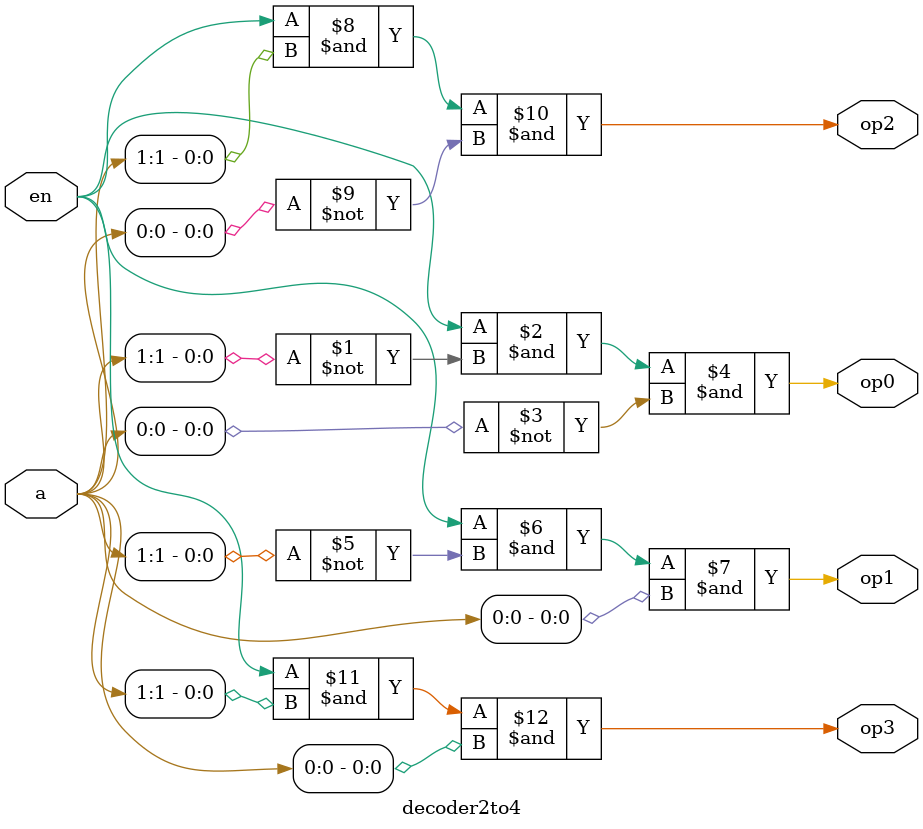
<source format=sv>
module decoder2to4(
   input logic en,
   input logic [1:0] a,
   output logic op0,op1,op2,op3
    );
  
    // Gate level modelling   
    assign op0 = (en&~a[1]&~a[0]);
    assign op1 = (en&~a[1]&a[0]);
    assign op2 = (en&a[1]&~a[0]);
    assign op3 = (en&a[1]&a[0]);
    
endmodule

</source>
